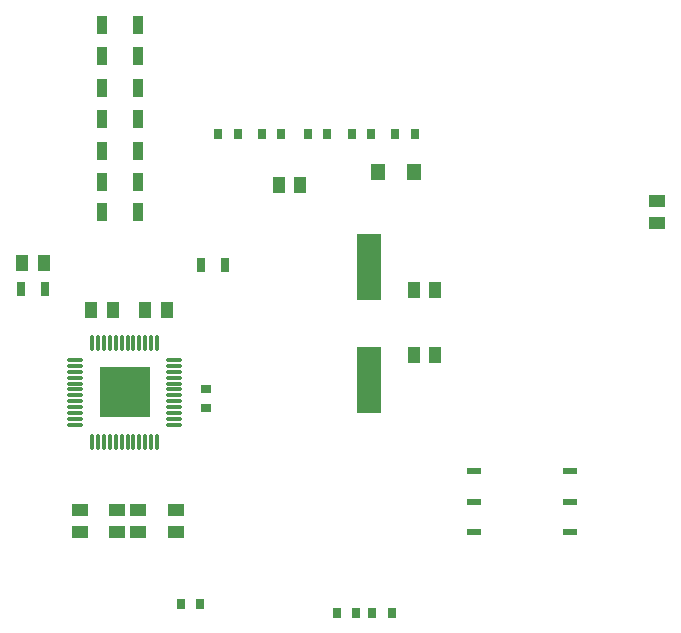
<source format=gtp>
G04*
G04 #@! TF.GenerationSoftware,Altium Limited,Altium Designer,21.6.4 (81)*
G04*
G04 Layer_Color=8421504*
%FSLAX25Y25*%
%MOIN*%
G70*
G04*
G04 #@! TF.SameCoordinates,5B244758-CEA0-4159-AF34-73EF1895305B*
G04*
G04*
G04 #@! TF.FilePolarity,Positive*
G04*
G01*
G75*
%ADD18R,0.03543X0.06496*%
%ADD19R,0.03347X0.02756*%
%ADD20R,0.02756X0.03347*%
%ADD21R,0.05000X0.02008*%
%ADD22R,0.17126X0.17126*%
%ADD23O,0.01181X0.05512*%
%ADD24O,0.05512X0.01181*%
%ADD25R,0.08268X0.22047*%
%ADD26R,0.02953X0.04921*%
%ADD27R,0.04724X0.05512*%
%ADD28R,0.03937X0.05315*%
%ADD29R,0.05315X0.03937*%
D18*
X305504Y396000D02*
D03*
X293496D02*
D03*
X293496Y406000D02*
D03*
X305504D02*
D03*
X305504Y416500D02*
D03*
X293496D02*
D03*
X293496Y427000D02*
D03*
X305504D02*
D03*
X305504Y437500D02*
D03*
X293496D02*
D03*
X293496Y448000D02*
D03*
X305504D02*
D03*
X305504Y458500D02*
D03*
X293496D02*
D03*
D19*
X328000Y337248D02*
D03*
Y330752D02*
D03*
D20*
X391252Y422000D02*
D03*
X397748D02*
D03*
X376752D02*
D03*
X383248D02*
D03*
X362004D02*
D03*
X368500D02*
D03*
X332252D02*
D03*
X338748D02*
D03*
X390000Y262500D02*
D03*
X383504D02*
D03*
X346752Y422000D02*
D03*
X353248D02*
D03*
X371752Y262500D02*
D03*
X378248D02*
D03*
X326248Y265500D02*
D03*
X319752D02*
D03*
D21*
X417555Y309894D02*
D03*
Y299500D02*
D03*
X417575Y289539D02*
D03*
X449622Y299500D02*
D03*
X449622Y309894D02*
D03*
X449622Y289539D02*
D03*
D22*
X301000Y336000D02*
D03*
D23*
X290173Y352535D02*
D03*
X294110D02*
D03*
X298047D02*
D03*
X300016D02*
D03*
X305921D02*
D03*
X307890D02*
D03*
X309858D02*
D03*
X311827D02*
D03*
Y319465D02*
D03*
X309858D02*
D03*
X307890D02*
D03*
X305921D02*
D03*
X303953D02*
D03*
X301984D02*
D03*
X300016D02*
D03*
X298047D02*
D03*
X296079D02*
D03*
X294110D02*
D03*
X292142D02*
D03*
X290173D02*
D03*
X301984Y352535D02*
D03*
X303953D02*
D03*
X296079D02*
D03*
X292142D02*
D03*
D24*
X317535Y346827D02*
D03*
Y344858D02*
D03*
Y342890D02*
D03*
Y340921D02*
D03*
Y338953D02*
D03*
Y336984D02*
D03*
Y333047D02*
D03*
Y331079D02*
D03*
Y329110D02*
D03*
Y327142D02*
D03*
Y325173D02*
D03*
X284465D02*
D03*
Y327142D02*
D03*
Y329110D02*
D03*
Y331079D02*
D03*
Y333047D02*
D03*
Y335016D02*
D03*
Y336984D02*
D03*
Y338953D02*
D03*
Y340921D02*
D03*
Y342890D02*
D03*
Y344858D02*
D03*
Y346827D02*
D03*
X317535Y335016D02*
D03*
D25*
X382500Y377701D02*
D03*
Y340299D02*
D03*
D26*
X334437Y378500D02*
D03*
X326563D02*
D03*
X274437Y370500D02*
D03*
X266563D02*
D03*
D27*
X385407Y409465D02*
D03*
X397507D02*
D03*
D28*
X397358Y348500D02*
D03*
X404642D02*
D03*
Y370000D02*
D03*
X397358D02*
D03*
X359642Y405000D02*
D03*
X352358D02*
D03*
X315142Y363500D02*
D03*
X307858D02*
D03*
X297142D02*
D03*
X289858D02*
D03*
X274142Y379000D02*
D03*
X266858D02*
D03*
D29*
X478500Y399642D02*
D03*
Y392358D02*
D03*
X298500Y289358D02*
D03*
Y296642D02*
D03*
X305500Y289358D02*
D03*
Y296642D02*
D03*
X318000Y289358D02*
D03*
Y296642D02*
D03*
X286000Y289358D02*
D03*
Y296642D02*
D03*
M02*

</source>
